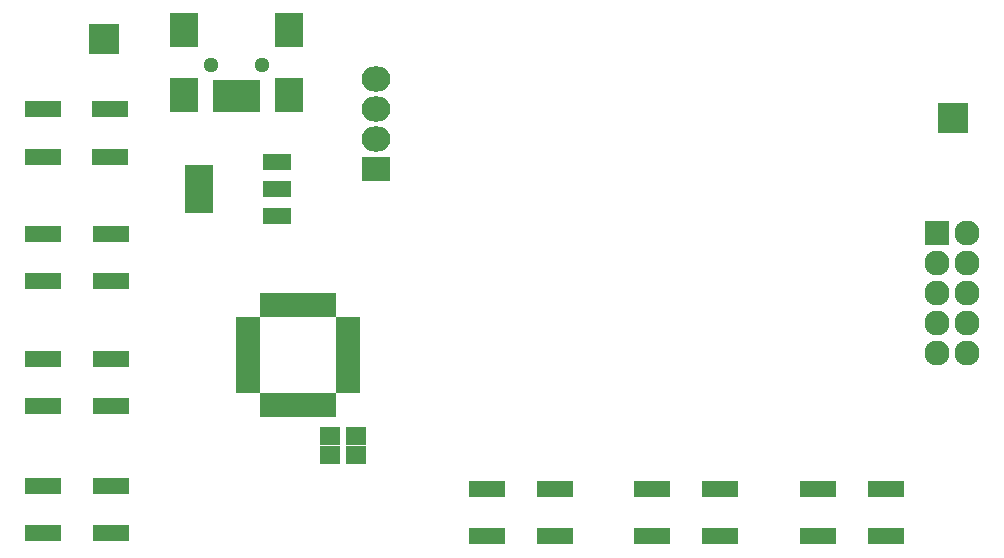
<source format=gbr>
G04 #@! TF.FileFunction,Soldermask,Top*
%FSLAX46Y46*%
G04 Gerber Fmt 4.6, Leading zero omitted, Abs format (unit mm)*
G04 Created by KiCad (PCBNEW 4.0.1-2.201512121406+6195~38~ubuntu14.04.1-stable) date Tue 15 Dec 2015 12:34:50 AM EET*
%MOMM*%
G01*
G04 APERTURE LIST*
%ADD10C,0.100000*%
%ADD11R,3.150000X1.400000*%
%ADD12R,0.950000X2.000000*%
%ADD13R,2.000000X0.950000*%
%ADD14R,0.900380X2.701240*%
%ADD15R,2.398980X2.899360*%
%ADD16C,1.299160*%
%ADD17R,2.127200X2.127200*%
%ADD18O,2.127200X2.127200*%
%ADD19R,2.432000X2.127200*%
%ADD20O,2.432000X2.127200*%
%ADD21R,2.432000X4.057600*%
%ADD22R,2.432000X1.416000*%
%ADD23R,1.800000X1.600000*%
%ADD24R,2.635200X2.635200*%
G04 APERTURE END LIST*
D10*
D11*
X108905000Y-80470000D03*
X114655000Y-80470000D03*
X114655000Y-76470000D03*
X108905000Y-76470000D03*
D12*
X127660000Y-69600000D03*
X128460000Y-69600000D03*
X129260000Y-69600000D03*
X130060000Y-69600000D03*
X130860000Y-69600000D03*
X131660000Y-69600000D03*
X132460000Y-69600000D03*
X133260000Y-69600000D03*
D13*
X134710000Y-68150000D03*
X134710000Y-67350000D03*
X134710000Y-66550000D03*
X134710000Y-65750000D03*
X134710000Y-64950000D03*
X134710000Y-64150000D03*
X134710000Y-63350000D03*
X134710000Y-62550000D03*
D12*
X133260000Y-61100000D03*
X132460000Y-61100000D03*
X131660000Y-61100000D03*
X130860000Y-61100000D03*
X130060000Y-61100000D03*
X129260000Y-61100000D03*
X128460000Y-61100000D03*
X127660000Y-61100000D03*
D13*
X126210000Y-62550000D03*
X126210000Y-63350000D03*
X126210000Y-64150000D03*
X126210000Y-64950000D03*
X126210000Y-65750000D03*
X126210000Y-66550000D03*
X126210000Y-67350000D03*
X126210000Y-68150000D03*
D14*
X126850200Y-43449320D03*
X126050100Y-43449320D03*
X125250000Y-43449320D03*
X124449900Y-43449320D03*
X123649800Y-43449320D03*
D15*
X129700080Y-43350260D03*
X129700080Y-37851160D03*
X120799920Y-43350260D03*
X120799920Y-37851160D03*
D16*
X127449640Y-40850900D03*
X123050360Y-40850900D03*
D17*
X184600000Y-55000000D03*
D18*
X187140000Y-55000000D03*
X184600000Y-57540000D03*
X187140000Y-57540000D03*
X184600000Y-60080000D03*
X187140000Y-60080000D03*
X184600000Y-62620000D03*
X187140000Y-62620000D03*
X184600000Y-65160000D03*
X187140000Y-65160000D03*
D19*
X137100000Y-49600000D03*
D20*
X137100000Y-47060000D03*
X137100000Y-44520000D03*
X137100000Y-41980000D03*
D11*
X108825000Y-48570000D03*
X114575000Y-48570000D03*
X114575000Y-44570000D03*
X108825000Y-44570000D03*
X146455000Y-80730000D03*
X152205000Y-80730000D03*
X152205000Y-76730000D03*
X146455000Y-76730000D03*
X108875000Y-59110000D03*
X114625000Y-59110000D03*
X114625000Y-55110000D03*
X108875000Y-55110000D03*
X160455000Y-80730000D03*
X166205000Y-80730000D03*
X166205000Y-76730000D03*
X160455000Y-76730000D03*
X108875000Y-69670000D03*
X114625000Y-69670000D03*
X114625000Y-65670000D03*
X108875000Y-65670000D03*
X174455000Y-80730000D03*
X180205000Y-80730000D03*
X180205000Y-76730000D03*
X174455000Y-76730000D03*
D21*
X122098000Y-51300000D03*
D22*
X128702000Y-51300000D03*
X128702000Y-49014000D03*
X128702000Y-53586000D03*
D23*
X133200000Y-73800000D03*
X135400000Y-73800000D03*
X133200000Y-72200000D03*
X135400000Y-72200000D03*
D24*
X114050000Y-38610000D03*
X185900000Y-45300000D03*
M02*

</source>
